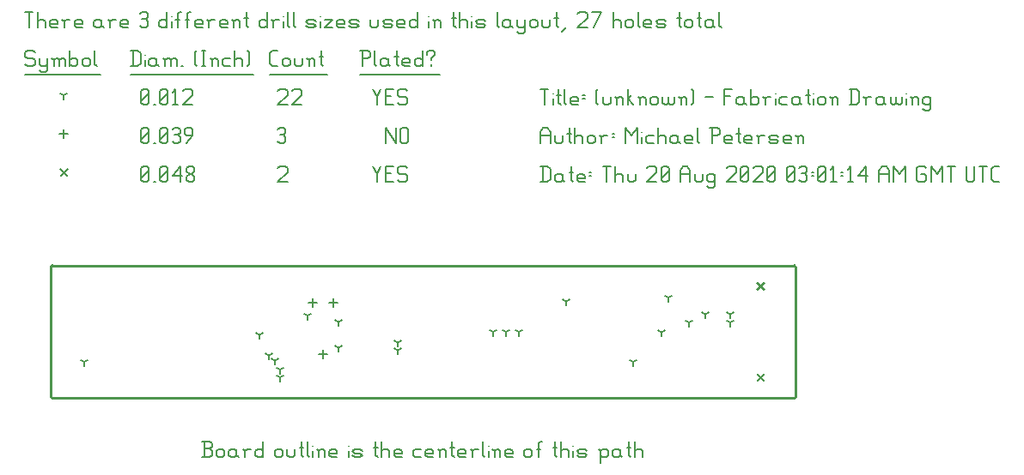
<source format=gbr>
G04 start of page 13 for group -3984 idx -3984 *
G04 Title: (unknown), fab *
G04 Creator: pcb 20140316 *
G04 CreationDate: Thu 20 Aug 2020 03:01:14 AM GMT UTC *
G04 For: railfan *
G04 Format: Gerber/RS-274X *
G04 PCB-Dimensions (mil): 3100.00 750.00 *
G04 PCB-Coordinate-Origin: lower left *
%MOIN*%
%FSLAX25Y25*%
%LNFAB*%
%ADD77C,0.0100*%
%ADD76C,0.0075*%
%ADD75C,0.0060*%
%ADD74C,0.0001*%
G54D74*G36*
X284300Y23266D02*X287266Y20300D01*
X286700Y19734D01*
X283734Y22700D01*
X284300Y23266D01*
G37*
G36*
X283734Y20300D02*X286700Y23266D01*
X287266Y22700D01*
X284300Y19734D01*
X283734Y20300D01*
G37*
G36*
X284300Y58766D02*X287266Y55800D01*
X286700Y55234D01*
X283734Y58200D01*
X284300Y58766D01*
G37*
G36*
X283734Y55800D02*X286700Y58766D01*
X287266Y58200D01*
X284300Y55234D01*
X283734Y55800D01*
G37*
G36*
X13800Y103016D02*X16766Y100050D01*
X16200Y99484D01*
X13234Y102450D01*
X13800Y103016D01*
G37*
G36*
X13234Y100050D02*X16200Y103016D01*
X16766Y102450D01*
X13800Y99484D01*
X13234Y100050D01*
G37*
G54D75*X135000Y103500D02*X136500Y100500D01*
X138000Y103500D01*
X136500Y100500D02*Y97500D01*
X139800Y100800D02*X142050D01*
X139800Y97500D02*X142800D01*
X139800Y103500D02*Y97500D01*
Y103500D02*X142800D01*
X147600D02*X148350Y102750D01*
X145350Y103500D02*X147600D01*
X144600Y102750D02*X145350Y103500D01*
X144600Y102750D02*Y101250D01*
X145350Y100500D01*
X147600D01*
X148350Y99750D01*
Y98250D01*
X147600Y97500D02*X148350Y98250D01*
X145350Y97500D02*X147600D01*
X144600Y98250D02*X145350Y97500D01*
X98000Y102750D02*X98750Y103500D01*
X101000D01*
X101750Y102750D01*
Y101250D01*
X98000Y97500D02*X101750Y101250D01*
X98000Y97500D02*X101750D01*
X45000Y98250D02*X45750Y97500D01*
X45000Y102750D02*Y98250D01*
Y102750D02*X45750Y103500D01*
X47250D01*
X48000Y102750D01*
Y98250D01*
X47250Y97500D02*X48000Y98250D01*
X45750Y97500D02*X47250D01*
X45000Y99000D02*X48000Y102000D01*
X49800Y97500D02*X50550D01*
X52350Y98250D02*X53100Y97500D01*
X52350Y102750D02*Y98250D01*
Y102750D02*X53100Y103500D01*
X54600D01*
X55350Y102750D01*
Y98250D01*
X54600Y97500D02*X55350Y98250D01*
X53100Y97500D02*X54600D01*
X52350Y99000D02*X55350Y102000D01*
X57150Y99750D02*X60150Y103500D01*
X57150Y99750D02*X60900D01*
X60150Y103500D02*Y97500D01*
X62700Y98250D02*X63450Y97500D01*
X62700Y99450D02*Y98250D01*
Y99450D02*X63750Y100500D01*
X64650D01*
X65700Y99450D01*
Y98250D01*
X64950Y97500D02*X65700Y98250D01*
X63450Y97500D02*X64950D01*
X62700Y101550D02*X63750Y100500D01*
X62700Y102750D02*Y101550D01*
Y102750D02*X63450Y103500D01*
X64950D01*
X65700Y102750D01*
Y101550D01*
X64650Y100500D02*X65700Y101550D01*
X115500Y32100D02*Y28900D01*
X113900Y30500D02*X117100D01*
X111500Y52100D02*Y48900D01*
X109900Y50500D02*X113100D01*
X119500Y52100D02*Y48900D01*
X117900Y50500D02*X121100D01*
X15000Y117850D02*Y114650D01*
X13400Y116250D02*X16600D01*
X140000Y118500D02*Y112500D01*
Y118500D02*X143750Y112500D01*
Y118500D02*Y112500D01*
X145550Y117750D02*Y113250D01*
Y117750D02*X146300Y118500D01*
X147800D01*
X148550Y117750D01*
Y113250D01*
X147800Y112500D02*X148550Y113250D01*
X146300Y112500D02*X147800D01*
X145550Y113250D02*X146300Y112500D01*
X98000Y117750D02*X98750Y118500D01*
X100250D01*
X101000Y117750D01*
X100250Y112500D02*X101000Y113250D01*
X98750Y112500D02*X100250D01*
X98000Y113250D02*X98750Y112500D01*
Y115800D02*X100250D01*
X101000Y117750D02*Y116550D01*
Y115050D02*Y113250D01*
Y115050D02*X100250Y115800D01*
X101000Y116550D02*X100250Y115800D01*
X45000Y113250D02*X45750Y112500D01*
X45000Y117750D02*Y113250D01*
Y117750D02*X45750Y118500D01*
X47250D01*
X48000Y117750D01*
Y113250D01*
X47250Y112500D02*X48000Y113250D01*
X45750Y112500D02*X47250D01*
X45000Y114000D02*X48000Y117000D01*
X49800Y112500D02*X50550D01*
X52350Y113250D02*X53100Y112500D01*
X52350Y117750D02*Y113250D01*
Y117750D02*X53100Y118500D01*
X54600D01*
X55350Y117750D01*
Y113250D01*
X54600Y112500D02*X55350Y113250D01*
X53100Y112500D02*X54600D01*
X52350Y114000D02*X55350Y117000D01*
X57150Y117750D02*X57900Y118500D01*
X59400D01*
X60150Y117750D01*
X59400Y112500D02*X60150Y113250D01*
X57900Y112500D02*X59400D01*
X57150Y113250D02*X57900Y112500D01*
Y115800D02*X59400D01*
X60150Y117750D02*Y116550D01*
Y115050D02*Y113250D01*
Y115050D02*X59400Y115800D01*
X60150Y116550D02*X59400Y115800D01*
X62700Y112500D02*X64950Y115500D01*
Y117750D02*Y115500D01*
X64200Y118500D02*X64950Y117750D01*
X62700Y118500D02*X64200D01*
X61950Y117750D02*X62700Y118500D01*
X61950Y117750D02*Y116250D01*
X62700Y115500D01*
X64950D01*
X91000Y38000D02*Y36400D01*
Y38000D02*X92387Y38800D01*
X91000Y38000D02*X89613Y38800D01*
X99000Y24500D02*Y22900D01*
Y24500D02*X100387Y25300D01*
X99000Y24500D02*X97613Y25300D01*
X99000Y21500D02*Y19900D01*
Y21500D02*X100387Y22300D01*
X99000Y21500D02*X97613Y22300D01*
X109500Y45500D02*Y43900D01*
Y45500D02*X110887Y46300D01*
X109500Y45500D02*X108113Y46300D01*
X23000Y27500D02*Y25900D01*
Y27500D02*X24387Y28300D01*
X23000Y27500D02*X21613Y28300D01*
X181500Y39250D02*Y37650D01*
Y39250D02*X182887Y40050D01*
X181500Y39250D02*X180113Y40050D01*
X186500Y39250D02*Y37650D01*
Y39250D02*X187887Y40050D01*
X186500Y39250D02*X185113Y40050D01*
X191500Y39250D02*Y37650D01*
Y39250D02*X192887Y40050D01*
X191500Y39250D02*X190113Y40050D01*
X121500Y43000D02*Y41400D01*
Y43000D02*X122887Y43800D01*
X121500Y43000D02*X120113Y43800D01*
X121500Y33000D02*Y31400D01*
Y33000D02*X122887Y33800D01*
X121500Y33000D02*X120113Y33800D01*
X144500Y32000D02*Y30400D01*
Y32000D02*X145887Y32800D01*
X144500Y32000D02*X143113Y32800D01*
X144500Y35000D02*Y33400D01*
Y35000D02*X145887Y35800D01*
X144500Y35000D02*X143113Y35800D01*
X97000Y28000D02*Y26400D01*
Y28000D02*X98387Y28800D01*
X97000Y28000D02*X95613Y28800D01*
X94500Y30000D02*Y28400D01*
Y30000D02*X95887Y30800D01*
X94500Y30000D02*X93113Y30800D01*
X273500Y46000D02*Y44400D01*
Y46000D02*X274887Y46800D01*
X273500Y46000D02*X272113Y46800D01*
X273500Y42740D02*Y41140D01*
Y42740D02*X274887Y43540D01*
X273500Y42740D02*X272113Y43540D01*
X264000Y46000D02*Y44400D01*
Y46000D02*X265387Y46800D01*
X264000Y46000D02*X262613Y46800D01*
X257500Y42740D02*Y41140D01*
Y42740D02*X258887Y43540D01*
X257500Y42740D02*X256113Y43540D01*
X247000Y39000D02*Y37400D01*
Y39000D02*X248387Y39800D01*
X247000Y39000D02*X245613Y39800D01*
X249500Y52500D02*Y50900D01*
Y52500D02*X250887Y53300D01*
X249500Y52500D02*X248113Y53300D01*
X236000Y27500D02*Y25900D01*
Y27500D02*X237387Y28300D01*
X236000Y27500D02*X234613Y28300D01*
X210000Y51000D02*Y49400D01*
Y51000D02*X211387Y51800D01*
X210000Y51000D02*X208613Y51800D01*
X15000Y131250D02*Y129650D01*
Y131250D02*X16387Y132050D01*
X15000Y131250D02*X13613Y132050D01*
X135000Y133500D02*X136500Y130500D01*
X138000Y133500D01*
X136500Y130500D02*Y127500D01*
X139800Y130800D02*X142050D01*
X139800Y127500D02*X142800D01*
X139800Y133500D02*Y127500D01*
Y133500D02*X142800D01*
X147600D02*X148350Y132750D01*
X145350Y133500D02*X147600D01*
X144600Y132750D02*X145350Y133500D01*
X144600Y132750D02*Y131250D01*
X145350Y130500D01*
X147600D01*
X148350Y129750D01*
Y128250D01*
X147600Y127500D02*X148350Y128250D01*
X145350Y127500D02*X147600D01*
X144600Y128250D02*X145350Y127500D01*
X98000Y132750D02*X98750Y133500D01*
X101000D01*
X101750Y132750D01*
Y131250D01*
X98000Y127500D02*X101750Y131250D01*
X98000Y127500D02*X101750D01*
X103550Y132750D02*X104300Y133500D01*
X106550D01*
X107300Y132750D01*
Y131250D01*
X103550Y127500D02*X107300Y131250D01*
X103550Y127500D02*X107300D01*
X45000Y128250D02*X45750Y127500D01*
X45000Y132750D02*Y128250D01*
Y132750D02*X45750Y133500D01*
X47250D01*
X48000Y132750D01*
Y128250D01*
X47250Y127500D02*X48000Y128250D01*
X45750Y127500D02*X47250D01*
X45000Y129000D02*X48000Y132000D01*
X49800Y127500D02*X50550D01*
X52350Y128250D02*X53100Y127500D01*
X52350Y132750D02*Y128250D01*
Y132750D02*X53100Y133500D01*
X54600D01*
X55350Y132750D01*
Y128250D01*
X54600Y127500D02*X55350Y128250D01*
X53100Y127500D02*X54600D01*
X52350Y129000D02*X55350Y132000D01*
X57150Y132300D02*X58350Y133500D01*
Y127500D01*
X57150D02*X59400D01*
X61200Y132750D02*X61950Y133500D01*
X64200D01*
X64950Y132750D01*
Y131250D01*
X61200Y127500D02*X64950Y131250D01*
X61200Y127500D02*X64950D01*
X3000Y148500D02*X3750Y147750D01*
X750Y148500D02*X3000D01*
X0Y147750D02*X750Y148500D01*
X0Y147750D02*Y146250D01*
X750Y145500D01*
X3000D01*
X3750Y144750D01*
Y143250D01*
X3000Y142500D02*X3750Y143250D01*
X750Y142500D02*X3000D01*
X0Y143250D02*X750Y142500D01*
X5550Y145500D02*Y143250D01*
X6300Y142500D01*
X8550Y145500D02*Y141000D01*
X7800Y140250D02*X8550Y141000D01*
X6300Y140250D02*X7800D01*
X5550Y141000D02*X6300Y140250D01*
Y142500D02*X7800D01*
X8550Y143250D01*
X11100Y144750D02*Y142500D01*
Y144750D02*X11850Y145500D01*
X12600D01*
X13350Y144750D01*
Y142500D01*
Y144750D02*X14100Y145500D01*
X14850D01*
X15600Y144750D01*
Y142500D01*
X10350Y145500D02*X11100Y144750D01*
X17400Y148500D02*Y142500D01*
Y143250D02*X18150Y142500D01*
X19650D01*
X20400Y143250D01*
Y144750D02*Y143250D01*
X19650Y145500D02*X20400Y144750D01*
X18150Y145500D02*X19650D01*
X17400Y144750D02*X18150Y145500D01*
X22200Y144750D02*Y143250D01*
Y144750D02*X22950Y145500D01*
X24450D01*
X25200Y144750D01*
Y143250D01*
X24450Y142500D02*X25200Y143250D01*
X22950Y142500D02*X24450D01*
X22200Y143250D02*X22950Y142500D01*
X27000Y148500D02*Y143250D01*
X27750Y142500D01*
X0Y139250D02*X29250D01*
X41750Y148500D02*Y142500D01*
X43700Y148500D02*X44750Y147450D01*
Y143550D01*
X43700Y142500D02*X44750Y143550D01*
X41000Y142500D02*X43700D01*
X41000Y148500D02*X43700D01*
G54D76*X46550Y147000D02*Y146850D01*
G54D75*Y144750D02*Y142500D01*
X50300Y145500D02*X51050Y144750D01*
X48800Y145500D02*X50300D01*
X48050Y144750D02*X48800Y145500D01*
X48050Y144750D02*Y143250D01*
X48800Y142500D01*
X51050Y145500D02*Y143250D01*
X51800Y142500D01*
X48800D02*X50300D01*
X51050Y143250D01*
X54350Y144750D02*Y142500D01*
Y144750D02*X55100Y145500D01*
X55850D01*
X56600Y144750D01*
Y142500D01*
Y144750D02*X57350Y145500D01*
X58100D01*
X58850Y144750D01*
Y142500D01*
X53600Y145500D02*X54350Y144750D01*
X60650Y142500D02*X61400D01*
X65900Y143250D02*X66650Y142500D01*
X65900Y147750D02*X66650Y148500D01*
X65900Y147750D02*Y143250D01*
X68450Y148500D02*X69950D01*
X69200D02*Y142500D01*
X68450D02*X69950D01*
X72500Y144750D02*Y142500D01*
Y144750D02*X73250Y145500D01*
X74000D01*
X74750Y144750D01*
Y142500D01*
X71750Y145500D02*X72500Y144750D01*
X77300Y145500D02*X79550D01*
X76550Y144750D02*X77300Y145500D01*
X76550Y144750D02*Y143250D01*
X77300Y142500D01*
X79550D01*
X81350Y148500D02*Y142500D01*
Y144750D02*X82100Y145500D01*
X83600D01*
X84350Y144750D01*
Y142500D01*
X86150Y148500D02*X86900Y147750D01*
Y143250D01*
X86150Y142500D02*X86900Y143250D01*
X41000Y139250D02*X88700D01*
X96050Y142500D02*X98000D01*
X95000Y143550D02*X96050Y142500D01*
X95000Y147450D02*Y143550D01*
Y147450D02*X96050Y148500D01*
X98000D01*
X99800Y144750D02*Y143250D01*
Y144750D02*X100550Y145500D01*
X102050D01*
X102800Y144750D01*
Y143250D01*
X102050Y142500D02*X102800Y143250D01*
X100550Y142500D02*X102050D01*
X99800Y143250D02*X100550Y142500D01*
X104600Y145500D02*Y143250D01*
X105350Y142500D01*
X106850D01*
X107600Y143250D01*
Y145500D02*Y143250D01*
X110150Y144750D02*Y142500D01*
Y144750D02*X110900Y145500D01*
X111650D01*
X112400Y144750D01*
Y142500D01*
X109400Y145500D02*X110150Y144750D01*
X114950Y148500D02*Y143250D01*
X115700Y142500D01*
X114200Y146250D02*X115700D01*
X95000Y139250D02*X117200D01*
X130750Y148500D02*Y142500D01*
X130000Y148500D02*X133000D01*
X133750Y147750D01*
Y146250D01*
X133000Y145500D02*X133750Y146250D01*
X130750Y145500D02*X133000D01*
X135550Y148500D02*Y143250D01*
X136300Y142500D01*
X140050Y145500D02*X140800Y144750D01*
X138550Y145500D02*X140050D01*
X137800Y144750D02*X138550Y145500D01*
X137800Y144750D02*Y143250D01*
X138550Y142500D01*
X140800Y145500D02*Y143250D01*
X141550Y142500D01*
X138550D02*X140050D01*
X140800Y143250D01*
X144100Y148500D02*Y143250D01*
X144850Y142500D01*
X143350Y146250D02*X144850D01*
X147100Y142500D02*X149350D01*
X146350Y143250D02*X147100Y142500D01*
X146350Y144750D02*Y143250D01*
Y144750D02*X147100Y145500D01*
X148600D01*
X149350Y144750D01*
X146350Y144000D02*X149350D01*
Y144750D02*Y144000D01*
X154150Y148500D02*Y142500D01*
X153400D02*X154150Y143250D01*
X151900Y142500D02*X153400D01*
X151150Y143250D02*X151900Y142500D01*
X151150Y144750D02*Y143250D01*
Y144750D02*X151900Y145500D01*
X153400D01*
X154150Y144750D01*
X157450Y145500D02*Y144750D01*
Y143250D02*Y142500D01*
X155950Y147750D02*Y147000D01*
Y147750D02*X156700Y148500D01*
X158200D01*
X158950Y147750D01*
Y147000D01*
X157450Y145500D02*X158950Y147000D01*
X130000Y139250D02*X160750D01*
X0Y163500D02*X3000D01*
X1500D02*Y157500D01*
X4800Y163500D02*Y157500D01*
Y159750D02*X5550Y160500D01*
X7050D01*
X7800Y159750D01*
Y157500D01*
X10350D02*X12600D01*
X9600Y158250D02*X10350Y157500D01*
X9600Y159750D02*Y158250D01*
Y159750D02*X10350Y160500D01*
X11850D01*
X12600Y159750D01*
X9600Y159000D02*X12600D01*
Y159750D02*Y159000D01*
X15150Y159750D02*Y157500D01*
Y159750D02*X15900Y160500D01*
X17400D01*
X14400D02*X15150Y159750D01*
X19950Y157500D02*X22200D01*
X19200Y158250D02*X19950Y157500D01*
X19200Y159750D02*Y158250D01*
Y159750D02*X19950Y160500D01*
X21450D01*
X22200Y159750D01*
X19200Y159000D02*X22200D01*
Y159750D02*Y159000D01*
X28950Y160500D02*X29700Y159750D01*
X27450Y160500D02*X28950D01*
X26700Y159750D02*X27450Y160500D01*
X26700Y159750D02*Y158250D01*
X27450Y157500D01*
X29700Y160500D02*Y158250D01*
X30450Y157500D01*
X27450D02*X28950D01*
X29700Y158250D01*
X33000Y159750D02*Y157500D01*
Y159750D02*X33750Y160500D01*
X35250D01*
X32250D02*X33000Y159750D01*
X37800Y157500D02*X40050D01*
X37050Y158250D02*X37800Y157500D01*
X37050Y159750D02*Y158250D01*
Y159750D02*X37800Y160500D01*
X39300D01*
X40050Y159750D01*
X37050Y159000D02*X40050D01*
Y159750D02*Y159000D01*
X44550Y162750D02*X45300Y163500D01*
X46800D01*
X47550Y162750D01*
X46800Y157500D02*X47550Y158250D01*
X45300Y157500D02*X46800D01*
X44550Y158250D02*X45300Y157500D01*
Y160800D02*X46800D01*
X47550Y162750D02*Y161550D01*
Y160050D02*Y158250D01*
Y160050D02*X46800Y160800D01*
X47550Y161550D02*X46800Y160800D01*
X55050Y163500D02*Y157500D01*
X54300D02*X55050Y158250D01*
X52800Y157500D02*X54300D01*
X52050Y158250D02*X52800Y157500D01*
X52050Y159750D02*Y158250D01*
Y159750D02*X52800Y160500D01*
X54300D01*
X55050Y159750D01*
G54D76*X56850Y162000D02*Y161850D01*
G54D75*Y159750D02*Y157500D01*
X59100Y162750D02*Y157500D01*
Y162750D02*X59850Y163500D01*
X60600D01*
X58350Y160500D02*X59850D01*
X62850Y162750D02*Y157500D01*
Y162750D02*X63600Y163500D01*
X64350D01*
X62100Y160500D02*X63600D01*
X66600Y157500D02*X68850D01*
X65850Y158250D02*X66600Y157500D01*
X65850Y159750D02*Y158250D01*
Y159750D02*X66600Y160500D01*
X68100D01*
X68850Y159750D01*
X65850Y159000D02*X68850D01*
Y159750D02*Y159000D01*
X71400Y159750D02*Y157500D01*
Y159750D02*X72150Y160500D01*
X73650D01*
X70650D02*X71400Y159750D01*
X76200Y157500D02*X78450D01*
X75450Y158250D02*X76200Y157500D01*
X75450Y159750D02*Y158250D01*
Y159750D02*X76200Y160500D01*
X77700D01*
X78450Y159750D01*
X75450Y159000D02*X78450D01*
Y159750D02*Y159000D01*
X81000Y159750D02*Y157500D01*
Y159750D02*X81750Y160500D01*
X82500D01*
X83250Y159750D01*
Y157500D01*
X80250Y160500D02*X81000Y159750D01*
X85800Y163500D02*Y158250D01*
X86550Y157500D01*
X85050Y161250D02*X86550D01*
X93750Y163500D02*Y157500D01*
X93000D02*X93750Y158250D01*
X91500Y157500D02*X93000D01*
X90750Y158250D02*X91500Y157500D01*
X90750Y159750D02*Y158250D01*
Y159750D02*X91500Y160500D01*
X93000D01*
X93750Y159750D01*
X96300D02*Y157500D01*
Y159750D02*X97050Y160500D01*
X98550D01*
X95550D02*X96300Y159750D01*
G54D76*X100350Y162000D02*Y161850D01*
G54D75*Y159750D02*Y157500D01*
X101850Y163500D02*Y158250D01*
X102600Y157500D01*
X104100Y163500D02*Y158250D01*
X104850Y157500D01*
X109800D02*X112050D01*
X112800Y158250D01*
X112050Y159000D02*X112800Y158250D01*
X109800Y159000D02*X112050D01*
X109050Y159750D02*X109800Y159000D01*
X109050Y159750D02*X109800Y160500D01*
X112050D01*
X112800Y159750D01*
X109050Y158250D02*X109800Y157500D01*
G54D76*X114600Y162000D02*Y161850D01*
G54D75*Y159750D02*Y157500D01*
X116100Y160500D02*X119100D01*
X116100Y157500D02*X119100Y160500D01*
X116100Y157500D02*X119100D01*
X121650D02*X123900D01*
X120900Y158250D02*X121650Y157500D01*
X120900Y159750D02*Y158250D01*
Y159750D02*X121650Y160500D01*
X123150D01*
X123900Y159750D01*
X120900Y159000D02*X123900D01*
Y159750D02*Y159000D01*
X126450Y157500D02*X128700D01*
X129450Y158250D01*
X128700Y159000D02*X129450Y158250D01*
X126450Y159000D02*X128700D01*
X125700Y159750D02*X126450Y159000D01*
X125700Y159750D02*X126450Y160500D01*
X128700D01*
X129450Y159750D01*
X125700Y158250D02*X126450Y157500D01*
X133950Y160500D02*Y158250D01*
X134700Y157500D01*
X136200D01*
X136950Y158250D01*
Y160500D02*Y158250D01*
X139500Y157500D02*X141750D01*
X142500Y158250D01*
X141750Y159000D02*X142500Y158250D01*
X139500Y159000D02*X141750D01*
X138750Y159750D02*X139500Y159000D01*
X138750Y159750D02*X139500Y160500D01*
X141750D01*
X142500Y159750D01*
X138750Y158250D02*X139500Y157500D01*
X145050D02*X147300D01*
X144300Y158250D02*X145050Y157500D01*
X144300Y159750D02*Y158250D01*
Y159750D02*X145050Y160500D01*
X146550D01*
X147300Y159750D01*
X144300Y159000D02*X147300D01*
Y159750D02*Y159000D01*
X152100Y163500D02*Y157500D01*
X151350D02*X152100Y158250D01*
X149850Y157500D02*X151350D01*
X149100Y158250D02*X149850Y157500D01*
X149100Y159750D02*Y158250D01*
Y159750D02*X149850Y160500D01*
X151350D01*
X152100Y159750D01*
G54D76*X156600Y162000D02*Y161850D01*
G54D75*Y159750D02*Y157500D01*
X158850Y159750D02*Y157500D01*
Y159750D02*X159600Y160500D01*
X160350D01*
X161100Y159750D01*
Y157500D01*
X158100Y160500D02*X158850Y159750D01*
X166350Y163500D02*Y158250D01*
X167100Y157500D01*
X165600Y161250D02*X167100D01*
X168600Y163500D02*Y157500D01*
Y159750D02*X169350Y160500D01*
X170850D01*
X171600Y159750D01*
Y157500D01*
G54D76*X173400Y162000D02*Y161850D01*
G54D75*Y159750D02*Y157500D01*
X175650D02*X177900D01*
X178650Y158250D01*
X177900Y159000D02*X178650Y158250D01*
X175650Y159000D02*X177900D01*
X174900Y159750D02*X175650Y159000D01*
X174900Y159750D02*X175650Y160500D01*
X177900D01*
X178650Y159750D01*
X174900Y158250D02*X175650Y157500D01*
X183150Y163500D02*Y158250D01*
X183900Y157500D01*
X187650Y160500D02*X188400Y159750D01*
X186150Y160500D02*X187650D01*
X185400Y159750D02*X186150Y160500D01*
X185400Y159750D02*Y158250D01*
X186150Y157500D01*
X188400Y160500D02*Y158250D01*
X189150Y157500D01*
X186150D02*X187650D01*
X188400Y158250D01*
X190950Y160500D02*Y158250D01*
X191700Y157500D01*
X193950Y160500D02*Y156000D01*
X193200Y155250D02*X193950Y156000D01*
X191700Y155250D02*X193200D01*
X190950Y156000D02*X191700Y155250D01*
Y157500D02*X193200D01*
X193950Y158250D01*
X195750Y159750D02*Y158250D01*
Y159750D02*X196500Y160500D01*
X198000D01*
X198750Y159750D01*
Y158250D01*
X198000Y157500D02*X198750Y158250D01*
X196500Y157500D02*X198000D01*
X195750Y158250D02*X196500Y157500D01*
X200550Y160500D02*Y158250D01*
X201300Y157500D01*
X202800D01*
X203550Y158250D01*
Y160500D02*Y158250D01*
X206100Y163500D02*Y158250D01*
X206850Y157500D01*
X205350Y161250D02*X206850D01*
X208350Y156000D02*X209850Y157500D01*
X214350Y162750D02*X215100Y163500D01*
X217350D01*
X218100Y162750D01*
Y161250D01*
X214350Y157500D02*X218100Y161250D01*
X214350Y157500D02*X218100D01*
X220650D02*X223650Y163500D01*
X219900D02*X223650D01*
X228150D02*Y157500D01*
Y159750D02*X228900Y160500D01*
X230400D01*
X231150Y159750D01*
Y157500D01*
X232950Y159750D02*Y158250D01*
Y159750D02*X233700Y160500D01*
X235200D01*
X235950Y159750D01*
Y158250D01*
X235200Y157500D02*X235950Y158250D01*
X233700Y157500D02*X235200D01*
X232950Y158250D02*X233700Y157500D01*
X237750Y163500D02*Y158250D01*
X238500Y157500D01*
X240750D02*X243000D01*
X240000Y158250D02*X240750Y157500D01*
X240000Y159750D02*Y158250D01*
Y159750D02*X240750Y160500D01*
X242250D01*
X243000Y159750D01*
X240000Y159000D02*X243000D01*
Y159750D02*Y159000D01*
X245550Y157500D02*X247800D01*
X248550Y158250D01*
X247800Y159000D02*X248550Y158250D01*
X245550Y159000D02*X247800D01*
X244800Y159750D02*X245550Y159000D01*
X244800Y159750D02*X245550Y160500D01*
X247800D01*
X248550Y159750D01*
X244800Y158250D02*X245550Y157500D01*
X253800Y163500D02*Y158250D01*
X254550Y157500D01*
X253050Y161250D02*X254550D01*
X256050Y159750D02*Y158250D01*
Y159750D02*X256800Y160500D01*
X258300D01*
X259050Y159750D01*
Y158250D01*
X258300Y157500D02*X259050Y158250D01*
X256800Y157500D02*X258300D01*
X256050Y158250D02*X256800Y157500D01*
X261600Y163500D02*Y158250D01*
X262350Y157500D01*
X260850Y161250D02*X262350D01*
X266100Y160500D02*X266850Y159750D01*
X264600Y160500D02*X266100D01*
X263850Y159750D02*X264600Y160500D01*
X263850Y159750D02*Y158250D01*
X264600Y157500D01*
X266850Y160500D02*Y158250D01*
X267600Y157500D01*
X264600D02*X266100D01*
X266850Y158250D01*
X269400Y163500D02*Y158250D01*
X270150Y157500D01*
G54D77*X10000Y64500D02*Y14000D01*
X10500Y13500D02*X298500D01*
X299000Y14000D02*Y64500D01*
X298500Y65000D02*X10500D01*
X10000Y64500D02*G75*G02X10500Y65000I500J0D01*G01*
X298500D02*G75*G02X299000Y64500I0J-500D01*G01*
X298500Y13500D02*G75*G03X299000Y14000I0J500D01*G01*
X10500Y13500D02*G75*G02X10000Y14000I0J500D01*G01*
G54D75*X68675Y-9500D02*X71675D01*
X72425Y-8750D01*
Y-6950D02*Y-8750D01*
X71675Y-6200D02*X72425Y-6950D01*
X69425Y-6200D02*X71675D01*
X69425Y-3500D02*Y-9500D01*
X68675Y-3500D02*X71675D01*
X72425Y-4250D01*
Y-5450D01*
X71675Y-6200D02*X72425Y-5450D01*
X74225Y-7250D02*Y-8750D01*
Y-7250D02*X74975Y-6500D01*
X76475D01*
X77225Y-7250D01*
Y-8750D01*
X76475Y-9500D02*X77225Y-8750D01*
X74975Y-9500D02*X76475D01*
X74225Y-8750D02*X74975Y-9500D01*
X81275Y-6500D02*X82025Y-7250D01*
X79775Y-6500D02*X81275D01*
X79025Y-7250D02*X79775Y-6500D01*
X79025Y-7250D02*Y-8750D01*
X79775Y-9500D01*
X82025Y-6500D02*Y-8750D01*
X82775Y-9500D01*
X79775D02*X81275D01*
X82025Y-8750D01*
X85325Y-7250D02*Y-9500D01*
Y-7250D02*X86075Y-6500D01*
X87575D01*
X84575D02*X85325Y-7250D01*
X92375Y-3500D02*Y-9500D01*
X91625D02*X92375Y-8750D01*
X90125Y-9500D02*X91625D01*
X89375Y-8750D02*X90125Y-9500D01*
X89375Y-7250D02*Y-8750D01*
Y-7250D02*X90125Y-6500D01*
X91625D01*
X92375Y-7250D01*
X96875D02*Y-8750D01*
Y-7250D02*X97625Y-6500D01*
X99125D01*
X99875Y-7250D01*
Y-8750D01*
X99125Y-9500D02*X99875Y-8750D01*
X97625Y-9500D02*X99125D01*
X96875Y-8750D02*X97625Y-9500D01*
X101675Y-6500D02*Y-8750D01*
X102425Y-9500D01*
X103925D01*
X104675Y-8750D01*
Y-6500D02*Y-8750D01*
X107225Y-3500D02*Y-8750D01*
X107975Y-9500D01*
X106475Y-5750D02*X107975D01*
X109475Y-3500D02*Y-8750D01*
X110225Y-9500D01*
G54D76*X111725Y-5000D02*Y-5150D01*
G54D75*Y-7250D02*Y-9500D01*
X113975Y-7250D02*Y-9500D01*
Y-7250D02*X114725Y-6500D01*
X115475D01*
X116225Y-7250D01*
Y-9500D01*
X113225Y-6500D02*X113975Y-7250D01*
X118775Y-9500D02*X121025D01*
X118025Y-8750D02*X118775Y-9500D01*
X118025Y-7250D02*Y-8750D01*
Y-7250D02*X118775Y-6500D01*
X120275D01*
X121025Y-7250D01*
X118025Y-8000D02*X121025D01*
Y-7250D02*Y-8000D01*
G54D76*X125525Y-5000D02*Y-5150D01*
G54D75*Y-7250D02*Y-9500D01*
X127775D02*X130025D01*
X130775Y-8750D01*
X130025Y-8000D02*X130775Y-8750D01*
X127775Y-8000D02*X130025D01*
X127025Y-7250D02*X127775Y-8000D01*
X127025Y-7250D02*X127775Y-6500D01*
X130025D01*
X130775Y-7250D01*
X127025Y-8750D02*X127775Y-9500D01*
X136025Y-3500D02*Y-8750D01*
X136775Y-9500D01*
X135275Y-5750D02*X136775D01*
X138275Y-3500D02*Y-9500D01*
Y-7250D02*X139025Y-6500D01*
X140525D01*
X141275Y-7250D01*
Y-9500D01*
X143825D02*X146075D01*
X143075Y-8750D02*X143825Y-9500D01*
X143075Y-7250D02*Y-8750D01*
Y-7250D02*X143825Y-6500D01*
X145325D01*
X146075Y-7250D01*
X143075Y-8000D02*X146075D01*
Y-7250D02*Y-8000D01*
X151325Y-6500D02*X153575D01*
X150575Y-7250D02*X151325Y-6500D01*
X150575Y-7250D02*Y-8750D01*
X151325Y-9500D01*
X153575D01*
X156125D02*X158375D01*
X155375Y-8750D02*X156125Y-9500D01*
X155375Y-7250D02*Y-8750D01*
Y-7250D02*X156125Y-6500D01*
X157625D01*
X158375Y-7250D01*
X155375Y-8000D02*X158375D01*
Y-7250D02*Y-8000D01*
X160925Y-7250D02*Y-9500D01*
Y-7250D02*X161675Y-6500D01*
X162425D01*
X163175Y-7250D01*
Y-9500D01*
X160175Y-6500D02*X160925Y-7250D01*
X165725Y-3500D02*Y-8750D01*
X166475Y-9500D01*
X164975Y-5750D02*X166475D01*
X168725Y-9500D02*X170975D01*
X167975Y-8750D02*X168725Y-9500D01*
X167975Y-7250D02*Y-8750D01*
Y-7250D02*X168725Y-6500D01*
X170225D01*
X170975Y-7250D01*
X167975Y-8000D02*X170975D01*
Y-7250D02*Y-8000D01*
X173525Y-7250D02*Y-9500D01*
Y-7250D02*X174275Y-6500D01*
X175775D01*
X172775D02*X173525Y-7250D01*
X177575Y-3500D02*Y-8750D01*
X178325Y-9500D01*
G54D76*X179825Y-5000D02*Y-5150D01*
G54D75*Y-7250D02*Y-9500D01*
X182075Y-7250D02*Y-9500D01*
Y-7250D02*X182825Y-6500D01*
X183575D01*
X184325Y-7250D01*
Y-9500D01*
X181325Y-6500D02*X182075Y-7250D01*
X186875Y-9500D02*X189125D01*
X186125Y-8750D02*X186875Y-9500D01*
X186125Y-7250D02*Y-8750D01*
Y-7250D02*X186875Y-6500D01*
X188375D01*
X189125Y-7250D01*
X186125Y-8000D02*X189125D01*
Y-7250D02*Y-8000D01*
X193625Y-7250D02*Y-8750D01*
Y-7250D02*X194375Y-6500D01*
X195875D01*
X196625Y-7250D01*
Y-8750D01*
X195875Y-9500D02*X196625Y-8750D01*
X194375Y-9500D02*X195875D01*
X193625Y-8750D02*X194375Y-9500D01*
X199175Y-4250D02*Y-9500D01*
Y-4250D02*X199925Y-3500D01*
X200675D01*
X198425Y-6500D02*X199925D01*
X205625Y-3500D02*Y-8750D01*
X206375Y-9500D01*
X204875Y-5750D02*X206375D01*
X207875Y-3500D02*Y-9500D01*
Y-7250D02*X208625Y-6500D01*
X210125D01*
X210875Y-7250D01*
Y-9500D01*
G54D76*X212675Y-5000D02*Y-5150D01*
G54D75*Y-7250D02*Y-9500D01*
X214925D02*X217175D01*
X217925Y-8750D01*
X217175Y-8000D02*X217925Y-8750D01*
X214925Y-8000D02*X217175D01*
X214175Y-7250D02*X214925Y-8000D01*
X214175Y-7250D02*X214925Y-6500D01*
X217175D01*
X217925Y-7250D01*
X214175Y-8750D02*X214925Y-9500D01*
X223175Y-7250D02*Y-11750D01*
X222425Y-6500D02*X223175Y-7250D01*
X223925Y-6500D01*
X225425D01*
X226175Y-7250D01*
Y-8750D01*
X225425Y-9500D02*X226175Y-8750D01*
X223925Y-9500D02*X225425D01*
X223175Y-8750D02*X223925Y-9500D01*
X230225Y-6500D02*X230975Y-7250D01*
X228725Y-6500D02*X230225D01*
X227975Y-7250D02*X228725Y-6500D01*
X227975Y-7250D02*Y-8750D01*
X228725Y-9500D01*
X230975Y-6500D02*Y-8750D01*
X231725Y-9500D01*
X228725D02*X230225D01*
X230975Y-8750D01*
X234275Y-3500D02*Y-8750D01*
X235025Y-9500D01*
X233525Y-5750D02*X235025D01*
X236525Y-3500D02*Y-9500D01*
Y-7250D02*X237275Y-6500D01*
X238775D01*
X239525Y-7250D01*
Y-9500D01*
X200750Y103500D02*Y97500D01*
X202700Y103500D02*X203750Y102450D01*
Y98550D01*
X202700Y97500D02*X203750Y98550D01*
X200000Y97500D02*X202700D01*
X200000Y103500D02*X202700D01*
X207800Y100500D02*X208550Y99750D01*
X206300Y100500D02*X207800D01*
X205550Y99750D02*X206300Y100500D01*
X205550Y99750D02*Y98250D01*
X206300Y97500D01*
X208550Y100500D02*Y98250D01*
X209300Y97500D01*
X206300D02*X207800D01*
X208550Y98250D01*
X211850Y103500D02*Y98250D01*
X212600Y97500D01*
X211100Y101250D02*X212600D01*
X214850Y97500D02*X217100D01*
X214100Y98250D02*X214850Y97500D01*
X214100Y99750D02*Y98250D01*
Y99750D02*X214850Y100500D01*
X216350D01*
X217100Y99750D01*
X214100Y99000D02*X217100D01*
Y99750D02*Y99000D01*
X218900Y101250D02*X219650D01*
X218900Y99750D02*X219650D01*
X224150Y103500D02*X227150D01*
X225650D02*Y97500D01*
X228950Y103500D02*Y97500D01*
Y99750D02*X229700Y100500D01*
X231200D01*
X231950Y99750D01*
Y97500D01*
X233750Y100500D02*Y98250D01*
X234500Y97500D01*
X236000D01*
X236750Y98250D01*
Y100500D02*Y98250D01*
X241250Y102750D02*X242000Y103500D01*
X244250D01*
X245000Y102750D01*
Y101250D01*
X241250Y97500D02*X245000Y101250D01*
X241250Y97500D02*X245000D01*
X246800Y98250D02*X247550Y97500D01*
X246800Y102750D02*Y98250D01*
Y102750D02*X247550Y103500D01*
X249050D01*
X249800Y102750D01*
Y98250D01*
X249050Y97500D02*X249800Y98250D01*
X247550Y97500D02*X249050D01*
X246800Y99000D02*X249800Y102000D01*
X254300D02*Y97500D01*
Y102000D02*X255350Y103500D01*
X257000D01*
X258050Y102000D01*
Y97500D01*
X254300Y100500D02*X258050D01*
X259850D02*Y98250D01*
X260600Y97500D01*
X262100D01*
X262850Y98250D01*
Y100500D02*Y98250D01*
X266900Y100500D02*X267650Y99750D01*
X265400Y100500D02*X266900D01*
X264650Y99750D02*X265400Y100500D01*
X264650Y99750D02*Y98250D01*
X265400Y97500D01*
X266900D01*
X267650Y98250D01*
X264650Y96000D02*X265400Y95250D01*
X266900D01*
X267650Y96000D01*
Y100500D02*Y96000D01*
X272150Y102750D02*X272900Y103500D01*
X275150D01*
X275900Y102750D01*
Y101250D01*
X272150Y97500D02*X275900Y101250D01*
X272150Y97500D02*X275900D01*
X277700Y98250D02*X278450Y97500D01*
X277700Y102750D02*Y98250D01*
Y102750D02*X278450Y103500D01*
X279950D01*
X280700Y102750D01*
Y98250D01*
X279950Y97500D02*X280700Y98250D01*
X278450Y97500D02*X279950D01*
X277700Y99000D02*X280700Y102000D01*
X282500Y102750D02*X283250Y103500D01*
X285500D01*
X286250Y102750D01*
Y101250D01*
X282500Y97500D02*X286250Y101250D01*
X282500Y97500D02*X286250D01*
X288050Y98250D02*X288800Y97500D01*
X288050Y102750D02*Y98250D01*
Y102750D02*X288800Y103500D01*
X290300D01*
X291050Y102750D01*
Y98250D01*
X290300Y97500D02*X291050Y98250D01*
X288800Y97500D02*X290300D01*
X288050Y99000D02*X291050Y102000D01*
X295550Y98250D02*X296300Y97500D01*
X295550Y102750D02*Y98250D01*
Y102750D02*X296300Y103500D01*
X297800D01*
X298550Y102750D01*
Y98250D01*
X297800Y97500D02*X298550Y98250D01*
X296300Y97500D02*X297800D01*
X295550Y99000D02*X298550Y102000D01*
X300350Y102750D02*X301100Y103500D01*
X302600D01*
X303350Y102750D01*
X302600Y97500D02*X303350Y98250D01*
X301100Y97500D02*X302600D01*
X300350Y98250D02*X301100Y97500D01*
Y100800D02*X302600D01*
X303350Y102750D02*Y101550D01*
Y100050D02*Y98250D01*
Y100050D02*X302600Y100800D01*
X303350Y101550D02*X302600Y100800D01*
X305150Y101250D02*X305900D01*
X305150Y99750D02*X305900D01*
X307700Y98250D02*X308450Y97500D01*
X307700Y102750D02*Y98250D01*
Y102750D02*X308450Y103500D01*
X309950D01*
X310700Y102750D01*
Y98250D01*
X309950Y97500D02*X310700Y98250D01*
X308450Y97500D02*X309950D01*
X307700Y99000D02*X310700Y102000D01*
X312500Y102300D02*X313700Y103500D01*
Y97500D01*
X312500D02*X314750D01*
X316550Y101250D02*X317300D01*
X316550Y99750D02*X317300D01*
X319100Y102300D02*X320300Y103500D01*
Y97500D01*
X319100D02*X321350D01*
X323150Y99750D02*X326150Y103500D01*
X323150Y99750D02*X326900D01*
X326150Y103500D02*Y97500D01*
X331400Y102000D02*Y97500D01*
Y102000D02*X332450Y103500D01*
X334100D01*
X335150Y102000D01*
Y97500D01*
X331400Y100500D02*X335150D01*
X336950Y103500D02*Y97500D01*
Y103500D02*X339200Y100500D01*
X341450Y103500D01*
Y97500D01*
X348950Y103500D02*X349700Y102750D01*
X346700Y103500D02*X348950D01*
X345950Y102750D02*X346700Y103500D01*
X345950Y102750D02*Y98250D01*
X346700Y97500D01*
X348950D01*
X349700Y98250D01*
Y99750D02*Y98250D01*
X348950Y100500D02*X349700Y99750D01*
X347450Y100500D02*X348950D01*
X351500Y103500D02*Y97500D01*
Y103500D02*X353750Y100500D01*
X356000Y103500D01*
Y97500D01*
X357800Y103500D02*X360800D01*
X359300D02*Y97500D01*
X365300Y103500D02*Y98250D01*
X366050Y97500D01*
X367550D01*
X368300Y98250D01*
Y103500D02*Y98250D01*
X370100Y103500D02*X373100D01*
X371600D02*Y97500D01*
X375950D02*X377900D01*
X374900Y98550D02*X375950Y97500D01*
X374900Y102450D02*Y98550D01*
Y102450D02*X375950Y103500D01*
X377900D01*
X200000Y117000D02*Y112500D01*
Y117000D02*X201050Y118500D01*
X202700D01*
X203750Y117000D01*
Y112500D01*
X200000Y115500D02*X203750D01*
X205550D02*Y113250D01*
X206300Y112500D01*
X207800D01*
X208550Y113250D01*
Y115500D02*Y113250D01*
X211100Y118500D02*Y113250D01*
X211850Y112500D01*
X210350Y116250D02*X211850D01*
X213350Y118500D02*Y112500D01*
Y114750D02*X214100Y115500D01*
X215600D01*
X216350Y114750D01*
Y112500D01*
X218150Y114750D02*Y113250D01*
Y114750D02*X218900Y115500D01*
X220400D01*
X221150Y114750D01*
Y113250D01*
X220400Y112500D02*X221150Y113250D01*
X218900Y112500D02*X220400D01*
X218150Y113250D02*X218900Y112500D01*
X223700Y114750D02*Y112500D01*
Y114750D02*X224450Y115500D01*
X225950D01*
X222950D02*X223700Y114750D01*
X227750Y116250D02*X228500D01*
X227750Y114750D02*X228500D01*
X233000Y118500D02*Y112500D01*
Y118500D02*X235250Y115500D01*
X237500Y118500D01*
Y112500D01*
G54D76*X239300Y117000D02*Y116850D01*
G54D75*Y114750D02*Y112500D01*
X241550Y115500D02*X243800D01*
X240800Y114750D02*X241550Y115500D01*
X240800Y114750D02*Y113250D01*
X241550Y112500D01*
X243800D01*
X245600Y118500D02*Y112500D01*
Y114750D02*X246350Y115500D01*
X247850D01*
X248600Y114750D01*
Y112500D01*
X252650Y115500D02*X253400Y114750D01*
X251150Y115500D02*X252650D01*
X250400Y114750D02*X251150Y115500D01*
X250400Y114750D02*Y113250D01*
X251150Y112500D01*
X253400Y115500D02*Y113250D01*
X254150Y112500D01*
X251150D02*X252650D01*
X253400Y113250D01*
X256700Y112500D02*X258950D01*
X255950Y113250D02*X256700Y112500D01*
X255950Y114750D02*Y113250D01*
Y114750D02*X256700Y115500D01*
X258200D01*
X258950Y114750D01*
X255950Y114000D02*X258950D01*
Y114750D02*Y114000D01*
X260750Y118500D02*Y113250D01*
X261500Y112500D01*
X266450Y118500D02*Y112500D01*
X265700Y118500D02*X268700D01*
X269450Y117750D01*
Y116250D01*
X268700Y115500D02*X269450Y116250D01*
X266450Y115500D02*X268700D01*
X272000Y112500D02*X274250D01*
X271250Y113250D02*X272000Y112500D01*
X271250Y114750D02*Y113250D01*
Y114750D02*X272000Y115500D01*
X273500D01*
X274250Y114750D01*
X271250Y114000D02*X274250D01*
Y114750D02*Y114000D01*
X276800Y118500D02*Y113250D01*
X277550Y112500D01*
X276050Y116250D02*X277550D01*
X279800Y112500D02*X282050D01*
X279050Y113250D02*X279800Y112500D01*
X279050Y114750D02*Y113250D01*
Y114750D02*X279800Y115500D01*
X281300D01*
X282050Y114750D01*
X279050Y114000D02*X282050D01*
Y114750D02*Y114000D01*
X284600Y114750D02*Y112500D01*
Y114750D02*X285350Y115500D01*
X286850D01*
X283850D02*X284600Y114750D01*
X289400Y112500D02*X291650D01*
X292400Y113250D01*
X291650Y114000D02*X292400Y113250D01*
X289400Y114000D02*X291650D01*
X288650Y114750D02*X289400Y114000D01*
X288650Y114750D02*X289400Y115500D01*
X291650D01*
X292400Y114750D01*
X288650Y113250D02*X289400Y112500D01*
X294950D02*X297200D01*
X294200Y113250D02*X294950Y112500D01*
X294200Y114750D02*Y113250D01*
Y114750D02*X294950Y115500D01*
X296450D01*
X297200Y114750D01*
X294200Y114000D02*X297200D01*
Y114750D02*Y114000D01*
X299750Y114750D02*Y112500D01*
Y114750D02*X300500Y115500D01*
X301250D01*
X302000Y114750D01*
Y112500D01*
X299000Y115500D02*X299750Y114750D01*
X200000Y133500D02*X203000D01*
X201500D02*Y127500D01*
G54D76*X204800Y132000D02*Y131850D01*
G54D75*Y129750D02*Y127500D01*
X207050Y133500D02*Y128250D01*
X207800Y127500D01*
X206300Y131250D02*X207800D01*
X209300Y133500D02*Y128250D01*
X210050Y127500D01*
X212300D02*X214550D01*
X211550Y128250D02*X212300Y127500D01*
X211550Y129750D02*Y128250D01*
Y129750D02*X212300Y130500D01*
X213800D01*
X214550Y129750D01*
X211550Y129000D02*X214550D01*
Y129750D02*Y129000D01*
X216350Y131250D02*X217100D01*
X216350Y129750D02*X217100D01*
X221600Y128250D02*X222350Y127500D01*
X221600Y132750D02*X222350Y133500D01*
X221600Y132750D02*Y128250D01*
X224150Y130500D02*Y128250D01*
X224900Y127500D01*
X226400D01*
X227150Y128250D01*
Y130500D02*Y128250D01*
X229700Y129750D02*Y127500D01*
Y129750D02*X230450Y130500D01*
X231200D01*
X231950Y129750D01*
Y127500D01*
X228950Y130500D02*X229700Y129750D01*
X233750Y133500D02*Y127500D01*
Y129750D02*X236000Y127500D01*
X233750Y129750D02*X235250Y131250D01*
X238550Y129750D02*Y127500D01*
Y129750D02*X239300Y130500D01*
X240050D01*
X240800Y129750D01*
Y127500D01*
X237800Y130500D02*X238550Y129750D01*
X242600D02*Y128250D01*
Y129750D02*X243350Y130500D01*
X244850D01*
X245600Y129750D01*
Y128250D01*
X244850Y127500D02*X245600Y128250D01*
X243350Y127500D02*X244850D01*
X242600Y128250D02*X243350Y127500D01*
X247400Y130500D02*Y128250D01*
X248150Y127500D01*
X248900D01*
X249650Y128250D01*
Y130500D02*Y128250D01*
X250400Y127500D01*
X251150D01*
X251900Y128250D01*
Y130500D02*Y128250D01*
X254450Y129750D02*Y127500D01*
Y129750D02*X255200Y130500D01*
X255950D01*
X256700Y129750D01*
Y127500D01*
X253700Y130500D02*X254450Y129750D01*
X258500Y133500D02*X259250Y132750D01*
Y128250D01*
X258500Y127500D02*X259250Y128250D01*
X263750Y130500D02*X266750D01*
X271250Y133500D02*Y127500D01*
Y133500D02*X274250D01*
X271250Y130800D02*X273500D01*
X278300Y130500D02*X279050Y129750D01*
X276800Y130500D02*X278300D01*
X276050Y129750D02*X276800Y130500D01*
X276050Y129750D02*Y128250D01*
X276800Y127500D01*
X279050Y130500D02*Y128250D01*
X279800Y127500D01*
X276800D02*X278300D01*
X279050Y128250D01*
X281600Y133500D02*Y127500D01*
Y128250D02*X282350Y127500D01*
X283850D01*
X284600Y128250D01*
Y129750D02*Y128250D01*
X283850Y130500D02*X284600Y129750D01*
X282350Y130500D02*X283850D01*
X281600Y129750D02*X282350Y130500D01*
X287150Y129750D02*Y127500D01*
Y129750D02*X287900Y130500D01*
X289400D01*
X286400D02*X287150Y129750D01*
G54D76*X291200Y132000D02*Y131850D01*
G54D75*Y129750D02*Y127500D01*
X293450Y130500D02*X295700D01*
X292700Y129750D02*X293450Y130500D01*
X292700Y129750D02*Y128250D01*
X293450Y127500D01*
X295700D01*
X299750Y130500D02*X300500Y129750D01*
X298250Y130500D02*X299750D01*
X297500Y129750D02*X298250Y130500D01*
X297500Y129750D02*Y128250D01*
X298250Y127500D01*
X300500Y130500D02*Y128250D01*
X301250Y127500D01*
X298250D02*X299750D01*
X300500Y128250D01*
X303800Y133500D02*Y128250D01*
X304550Y127500D01*
X303050Y131250D02*X304550D01*
G54D76*X306050Y132000D02*Y131850D01*
G54D75*Y129750D02*Y127500D01*
X307550Y129750D02*Y128250D01*
Y129750D02*X308300Y130500D01*
X309800D01*
X310550Y129750D01*
Y128250D01*
X309800Y127500D02*X310550Y128250D01*
X308300Y127500D02*X309800D01*
X307550Y128250D02*X308300Y127500D01*
X313100Y129750D02*Y127500D01*
Y129750D02*X313850Y130500D01*
X314600D01*
X315350Y129750D01*
Y127500D01*
X312350Y130500D02*X313100Y129750D01*
X320600Y133500D02*Y127500D01*
X322550Y133500D02*X323600Y132450D01*
Y128550D01*
X322550Y127500D02*X323600Y128550D01*
X319850Y127500D02*X322550D01*
X319850Y133500D02*X322550D01*
X326150Y129750D02*Y127500D01*
Y129750D02*X326900Y130500D01*
X328400D01*
X325400D02*X326150Y129750D01*
X332450Y130500D02*X333200Y129750D01*
X330950Y130500D02*X332450D01*
X330200Y129750D02*X330950Y130500D01*
X330200Y129750D02*Y128250D01*
X330950Y127500D01*
X333200Y130500D02*Y128250D01*
X333950Y127500D01*
X330950D02*X332450D01*
X333200Y128250D01*
X335750Y130500D02*Y128250D01*
X336500Y127500D01*
X337250D01*
X338000Y128250D01*
Y130500D02*Y128250D01*
X338750Y127500D01*
X339500D01*
X340250Y128250D01*
Y130500D02*Y128250D01*
G54D76*X342050Y132000D02*Y131850D01*
G54D75*Y129750D02*Y127500D01*
X344300Y129750D02*Y127500D01*
Y129750D02*X345050Y130500D01*
X345800D01*
X346550Y129750D01*
Y127500D01*
X343550Y130500D02*X344300Y129750D01*
X350600Y130500D02*X351350Y129750D01*
X349100Y130500D02*X350600D01*
X348350Y129750D02*X349100Y130500D01*
X348350Y129750D02*Y128250D01*
X349100Y127500D01*
X350600D01*
X351350Y128250D01*
X348350Y126000D02*X349100Y125250D01*
X350600D01*
X351350Y126000D01*
Y130500D02*Y126000D01*
M02*

</source>
